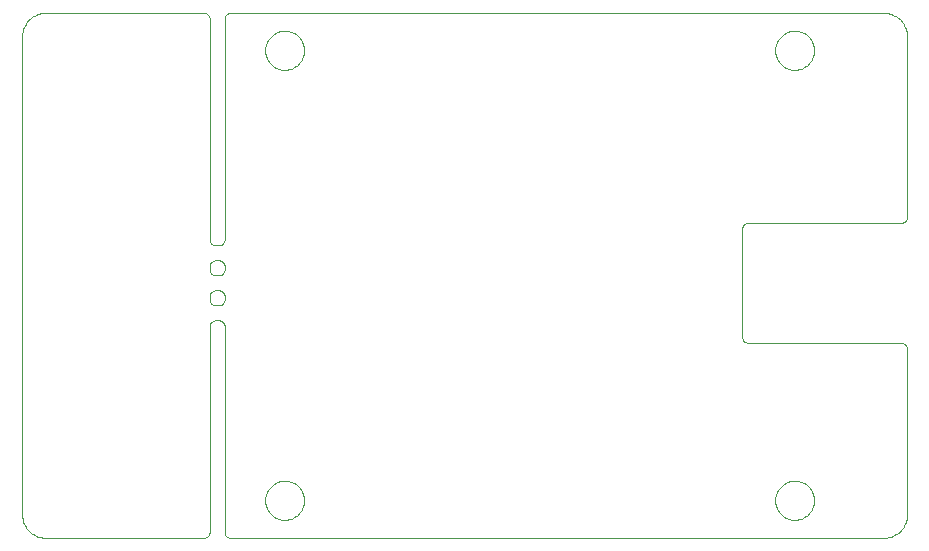
<source format=gm1>
G75*
G70*
%OFA0B0*%
%FSLAX24Y24*%
%IPPOS*%
%LPD*%
%AMOC8*
5,1,8,0,0,1.08239X$1,22.5*
%
%ADD10C,0.0000*%
D10*
X004225Y000887D02*
X004225Y008600D01*
X004225Y016813D01*
X004227Y016867D01*
X004232Y016920D01*
X004241Y016973D01*
X004254Y017025D01*
X004270Y017077D01*
X004290Y017127D01*
X004313Y017175D01*
X004340Y017222D01*
X004369Y017267D01*
X004402Y017310D01*
X004437Y017350D01*
X004475Y017388D01*
X004515Y017423D01*
X004558Y017456D01*
X004603Y017485D01*
X004650Y017512D01*
X004698Y017535D01*
X004748Y017555D01*
X004800Y017571D01*
X004852Y017584D01*
X004905Y017593D01*
X004958Y017598D01*
X005012Y017600D01*
X010278Y017600D01*
X010304Y017598D01*
X010329Y017593D01*
X010353Y017585D01*
X010377Y017574D01*
X010398Y017559D01*
X010417Y017542D01*
X010434Y017523D01*
X010449Y017502D01*
X010460Y017478D01*
X010468Y017454D01*
X010473Y017429D01*
X010475Y017403D01*
X010475Y010047D01*
X010477Y010021D01*
X010482Y009996D01*
X010490Y009972D01*
X010501Y009949D01*
X010516Y009927D01*
X010533Y009908D01*
X010552Y009891D01*
X010574Y009876D01*
X010597Y009865D01*
X010621Y009857D01*
X010646Y009852D01*
X010672Y009850D01*
X010725Y009850D01*
X010778Y009850D01*
X010804Y009852D01*
X010829Y009857D01*
X010853Y009865D01*
X010877Y009876D01*
X010898Y009891D01*
X010917Y009908D01*
X010934Y009927D01*
X010949Y009949D01*
X010960Y009972D01*
X010968Y009996D01*
X010973Y010021D01*
X010975Y010047D01*
X010975Y017403D01*
X010977Y017429D01*
X010982Y017454D01*
X010990Y017478D01*
X011001Y017502D01*
X011016Y017523D01*
X011033Y017542D01*
X011052Y017559D01*
X011074Y017574D01*
X011097Y017585D01*
X011121Y017593D01*
X011146Y017598D01*
X011172Y017600D01*
X032938Y017600D01*
X032992Y017598D01*
X033045Y017593D01*
X033098Y017584D01*
X033150Y017571D01*
X033202Y017555D01*
X033252Y017535D01*
X033300Y017512D01*
X033347Y017485D01*
X033392Y017456D01*
X033435Y017423D01*
X033475Y017388D01*
X033513Y017350D01*
X033548Y017310D01*
X033581Y017267D01*
X033610Y017222D01*
X033637Y017175D01*
X033660Y017127D01*
X033680Y017077D01*
X033696Y017025D01*
X033709Y016973D01*
X033718Y016920D01*
X033723Y016867D01*
X033725Y016813D01*
X033725Y010797D01*
X033723Y010771D01*
X033718Y010746D01*
X033710Y010722D01*
X033699Y010699D01*
X033684Y010677D01*
X033667Y010658D01*
X033648Y010641D01*
X033627Y010626D01*
X033603Y010615D01*
X033579Y010607D01*
X033554Y010602D01*
X033528Y010600D01*
X028422Y010600D01*
X028396Y010598D01*
X028371Y010593D01*
X028347Y010585D01*
X028324Y010574D01*
X028302Y010559D01*
X028283Y010542D01*
X028266Y010523D01*
X028251Y010502D01*
X028240Y010478D01*
X028232Y010454D01*
X028227Y010429D01*
X028225Y010403D01*
X028225Y006797D01*
X028227Y006771D01*
X028232Y006746D01*
X028240Y006722D01*
X028251Y006699D01*
X028266Y006677D01*
X028283Y006658D01*
X028302Y006641D01*
X028324Y006626D01*
X028347Y006615D01*
X028371Y006607D01*
X028396Y006602D01*
X028422Y006600D01*
X033528Y006600D01*
X033554Y006598D01*
X033579Y006593D01*
X033603Y006585D01*
X033627Y006574D01*
X033648Y006559D01*
X033667Y006542D01*
X033684Y006523D01*
X033699Y006502D01*
X033710Y006478D01*
X033718Y006454D01*
X033723Y006429D01*
X033725Y006403D01*
X033725Y000887D01*
X033723Y000833D01*
X033718Y000780D01*
X033709Y000727D01*
X033696Y000675D01*
X033680Y000623D01*
X033660Y000573D01*
X033637Y000525D01*
X033610Y000478D01*
X033581Y000433D01*
X033548Y000390D01*
X033513Y000350D01*
X033475Y000312D01*
X033435Y000277D01*
X033392Y000244D01*
X033347Y000215D01*
X033300Y000188D01*
X033252Y000165D01*
X033202Y000145D01*
X033150Y000129D01*
X033098Y000116D01*
X033045Y000107D01*
X032992Y000102D01*
X032938Y000100D01*
X011172Y000100D01*
X011146Y000102D01*
X011121Y000107D01*
X011097Y000115D01*
X011074Y000126D01*
X011052Y000141D01*
X011033Y000158D01*
X011016Y000177D01*
X011001Y000199D01*
X010990Y000222D01*
X010982Y000246D01*
X010977Y000271D01*
X010975Y000297D01*
X010975Y007153D01*
X010973Y007179D01*
X010968Y007204D01*
X010960Y007228D01*
X010949Y007252D01*
X010934Y007273D01*
X010917Y007292D01*
X010898Y007309D01*
X010877Y007324D01*
X010853Y007335D01*
X010829Y007343D01*
X010804Y007348D01*
X010778Y007350D01*
X010672Y007350D01*
X010646Y007348D01*
X010621Y007343D01*
X010597Y007335D01*
X010574Y007324D01*
X010552Y007309D01*
X010533Y007292D01*
X010516Y007273D01*
X010501Y007252D01*
X010490Y007228D01*
X010482Y007204D01*
X010477Y007179D01*
X010475Y007153D01*
X010475Y000297D01*
X010473Y000271D01*
X010468Y000246D01*
X010460Y000222D01*
X010449Y000198D01*
X010434Y000177D01*
X010417Y000158D01*
X010398Y000141D01*
X010377Y000126D01*
X010353Y000115D01*
X010329Y000107D01*
X010304Y000102D01*
X010278Y000100D01*
X005012Y000100D01*
X004958Y000102D01*
X004905Y000107D01*
X004852Y000116D01*
X004800Y000129D01*
X004748Y000145D01*
X004698Y000165D01*
X004650Y000188D01*
X004603Y000215D01*
X004558Y000244D01*
X004515Y000277D01*
X004475Y000312D01*
X004437Y000350D01*
X004402Y000390D01*
X004369Y000433D01*
X004340Y000478D01*
X004313Y000525D01*
X004290Y000573D01*
X004270Y000623D01*
X004254Y000675D01*
X004241Y000727D01*
X004232Y000780D01*
X004227Y000833D01*
X004225Y000887D01*
X012325Y001350D02*
X012327Y001400D01*
X012333Y001450D01*
X012343Y001500D01*
X012356Y001548D01*
X012373Y001596D01*
X012394Y001642D01*
X012418Y001686D01*
X012446Y001728D01*
X012477Y001768D01*
X012511Y001805D01*
X012548Y001840D01*
X012587Y001871D01*
X012628Y001900D01*
X012672Y001925D01*
X012718Y001947D01*
X012765Y001965D01*
X012813Y001979D01*
X012862Y001990D01*
X012912Y001997D01*
X012962Y002000D01*
X013013Y001999D01*
X013063Y001994D01*
X013113Y001985D01*
X013161Y001973D01*
X013209Y001956D01*
X013255Y001936D01*
X013300Y001913D01*
X013343Y001886D01*
X013383Y001856D01*
X013421Y001823D01*
X013456Y001787D01*
X013489Y001748D01*
X013518Y001707D01*
X013544Y001664D01*
X013567Y001619D01*
X013586Y001572D01*
X013601Y001524D01*
X013613Y001475D01*
X013621Y001425D01*
X013625Y001375D01*
X013625Y001325D01*
X013621Y001275D01*
X013613Y001225D01*
X013601Y001176D01*
X013586Y001128D01*
X013567Y001081D01*
X013544Y001036D01*
X013518Y000993D01*
X013489Y000952D01*
X013456Y000913D01*
X013421Y000877D01*
X013383Y000844D01*
X013343Y000814D01*
X013300Y000787D01*
X013255Y000764D01*
X013209Y000744D01*
X013161Y000727D01*
X013113Y000715D01*
X013063Y000706D01*
X013013Y000701D01*
X012962Y000700D01*
X012912Y000703D01*
X012862Y000710D01*
X012813Y000721D01*
X012765Y000735D01*
X012718Y000753D01*
X012672Y000775D01*
X012628Y000800D01*
X012587Y000829D01*
X012548Y000860D01*
X012511Y000895D01*
X012477Y000932D01*
X012446Y000972D01*
X012418Y001014D01*
X012394Y001058D01*
X012373Y001104D01*
X012356Y001152D01*
X012343Y001200D01*
X012333Y001250D01*
X012327Y001300D01*
X012325Y001350D01*
X010778Y007850D02*
X010672Y007850D01*
X010646Y007852D01*
X010621Y007857D01*
X010597Y007865D01*
X010574Y007876D01*
X010552Y007891D01*
X010533Y007908D01*
X010516Y007927D01*
X010501Y007949D01*
X010490Y007972D01*
X010482Y007996D01*
X010477Y008021D01*
X010475Y008047D01*
X010475Y008153D01*
X010477Y008179D01*
X010482Y008204D01*
X010490Y008228D01*
X010501Y008252D01*
X010516Y008273D01*
X010533Y008292D01*
X010552Y008309D01*
X010574Y008324D01*
X010597Y008335D01*
X010621Y008343D01*
X010646Y008348D01*
X010672Y008350D01*
X010778Y008350D01*
X010804Y008348D01*
X010829Y008343D01*
X010853Y008335D01*
X010877Y008324D01*
X010898Y008309D01*
X010917Y008292D01*
X010934Y008273D01*
X010949Y008252D01*
X010960Y008228D01*
X010968Y008204D01*
X010973Y008179D01*
X010975Y008153D01*
X010975Y008047D01*
X010973Y008021D01*
X010968Y007996D01*
X010960Y007972D01*
X010949Y007949D01*
X010934Y007927D01*
X010917Y007908D01*
X010898Y007891D01*
X010877Y007876D01*
X010853Y007865D01*
X010829Y007857D01*
X010804Y007852D01*
X010778Y007850D01*
X010778Y008850D02*
X010672Y008850D01*
X010646Y008852D01*
X010621Y008857D01*
X010597Y008865D01*
X010574Y008876D01*
X010552Y008891D01*
X010533Y008908D01*
X010516Y008927D01*
X010501Y008949D01*
X010490Y008972D01*
X010482Y008996D01*
X010477Y009021D01*
X010475Y009047D01*
X010475Y009153D01*
X010477Y009179D01*
X010482Y009204D01*
X010490Y009228D01*
X010501Y009252D01*
X010516Y009273D01*
X010533Y009292D01*
X010552Y009309D01*
X010574Y009324D01*
X010597Y009335D01*
X010621Y009343D01*
X010646Y009348D01*
X010672Y009350D01*
X010778Y009350D01*
X010804Y009348D01*
X010829Y009343D01*
X010853Y009335D01*
X010877Y009324D01*
X010898Y009309D01*
X010917Y009292D01*
X010934Y009273D01*
X010949Y009252D01*
X010960Y009228D01*
X010968Y009204D01*
X010973Y009179D01*
X010975Y009153D01*
X010975Y009047D01*
X010973Y009021D01*
X010968Y008996D01*
X010960Y008972D01*
X010949Y008949D01*
X010934Y008927D01*
X010917Y008908D01*
X010898Y008891D01*
X010877Y008876D01*
X010853Y008865D01*
X010829Y008857D01*
X010804Y008852D01*
X010778Y008850D01*
X012325Y016350D02*
X012327Y016400D01*
X012333Y016450D01*
X012343Y016500D01*
X012356Y016548D01*
X012373Y016596D01*
X012394Y016642D01*
X012418Y016686D01*
X012446Y016728D01*
X012477Y016768D01*
X012511Y016805D01*
X012548Y016840D01*
X012587Y016871D01*
X012628Y016900D01*
X012672Y016925D01*
X012718Y016947D01*
X012765Y016965D01*
X012813Y016979D01*
X012862Y016990D01*
X012912Y016997D01*
X012962Y017000D01*
X013013Y016999D01*
X013063Y016994D01*
X013113Y016985D01*
X013161Y016973D01*
X013209Y016956D01*
X013255Y016936D01*
X013300Y016913D01*
X013343Y016886D01*
X013383Y016856D01*
X013421Y016823D01*
X013456Y016787D01*
X013489Y016748D01*
X013518Y016707D01*
X013544Y016664D01*
X013567Y016619D01*
X013586Y016572D01*
X013601Y016524D01*
X013613Y016475D01*
X013621Y016425D01*
X013625Y016375D01*
X013625Y016325D01*
X013621Y016275D01*
X013613Y016225D01*
X013601Y016176D01*
X013586Y016128D01*
X013567Y016081D01*
X013544Y016036D01*
X013518Y015993D01*
X013489Y015952D01*
X013456Y015913D01*
X013421Y015877D01*
X013383Y015844D01*
X013343Y015814D01*
X013300Y015787D01*
X013255Y015764D01*
X013209Y015744D01*
X013161Y015727D01*
X013113Y015715D01*
X013063Y015706D01*
X013013Y015701D01*
X012962Y015700D01*
X012912Y015703D01*
X012862Y015710D01*
X012813Y015721D01*
X012765Y015735D01*
X012718Y015753D01*
X012672Y015775D01*
X012628Y015800D01*
X012587Y015829D01*
X012548Y015860D01*
X012511Y015895D01*
X012477Y015932D01*
X012446Y015972D01*
X012418Y016014D01*
X012394Y016058D01*
X012373Y016104D01*
X012356Y016152D01*
X012343Y016200D01*
X012333Y016250D01*
X012327Y016300D01*
X012325Y016350D01*
X029325Y016350D02*
X029327Y016400D01*
X029333Y016450D01*
X029343Y016500D01*
X029356Y016548D01*
X029373Y016596D01*
X029394Y016642D01*
X029418Y016686D01*
X029446Y016728D01*
X029477Y016768D01*
X029511Y016805D01*
X029548Y016840D01*
X029587Y016871D01*
X029628Y016900D01*
X029672Y016925D01*
X029718Y016947D01*
X029765Y016965D01*
X029813Y016979D01*
X029862Y016990D01*
X029912Y016997D01*
X029962Y017000D01*
X030013Y016999D01*
X030063Y016994D01*
X030113Y016985D01*
X030161Y016973D01*
X030209Y016956D01*
X030255Y016936D01*
X030300Y016913D01*
X030343Y016886D01*
X030383Y016856D01*
X030421Y016823D01*
X030456Y016787D01*
X030489Y016748D01*
X030518Y016707D01*
X030544Y016664D01*
X030567Y016619D01*
X030586Y016572D01*
X030601Y016524D01*
X030613Y016475D01*
X030621Y016425D01*
X030625Y016375D01*
X030625Y016325D01*
X030621Y016275D01*
X030613Y016225D01*
X030601Y016176D01*
X030586Y016128D01*
X030567Y016081D01*
X030544Y016036D01*
X030518Y015993D01*
X030489Y015952D01*
X030456Y015913D01*
X030421Y015877D01*
X030383Y015844D01*
X030343Y015814D01*
X030300Y015787D01*
X030255Y015764D01*
X030209Y015744D01*
X030161Y015727D01*
X030113Y015715D01*
X030063Y015706D01*
X030013Y015701D01*
X029962Y015700D01*
X029912Y015703D01*
X029862Y015710D01*
X029813Y015721D01*
X029765Y015735D01*
X029718Y015753D01*
X029672Y015775D01*
X029628Y015800D01*
X029587Y015829D01*
X029548Y015860D01*
X029511Y015895D01*
X029477Y015932D01*
X029446Y015972D01*
X029418Y016014D01*
X029394Y016058D01*
X029373Y016104D01*
X029356Y016152D01*
X029343Y016200D01*
X029333Y016250D01*
X029327Y016300D01*
X029325Y016350D01*
X029325Y001350D02*
X029327Y001400D01*
X029333Y001450D01*
X029343Y001500D01*
X029356Y001548D01*
X029373Y001596D01*
X029394Y001642D01*
X029418Y001686D01*
X029446Y001728D01*
X029477Y001768D01*
X029511Y001805D01*
X029548Y001840D01*
X029587Y001871D01*
X029628Y001900D01*
X029672Y001925D01*
X029718Y001947D01*
X029765Y001965D01*
X029813Y001979D01*
X029862Y001990D01*
X029912Y001997D01*
X029962Y002000D01*
X030013Y001999D01*
X030063Y001994D01*
X030113Y001985D01*
X030161Y001973D01*
X030209Y001956D01*
X030255Y001936D01*
X030300Y001913D01*
X030343Y001886D01*
X030383Y001856D01*
X030421Y001823D01*
X030456Y001787D01*
X030489Y001748D01*
X030518Y001707D01*
X030544Y001664D01*
X030567Y001619D01*
X030586Y001572D01*
X030601Y001524D01*
X030613Y001475D01*
X030621Y001425D01*
X030625Y001375D01*
X030625Y001325D01*
X030621Y001275D01*
X030613Y001225D01*
X030601Y001176D01*
X030586Y001128D01*
X030567Y001081D01*
X030544Y001036D01*
X030518Y000993D01*
X030489Y000952D01*
X030456Y000913D01*
X030421Y000877D01*
X030383Y000844D01*
X030343Y000814D01*
X030300Y000787D01*
X030255Y000764D01*
X030209Y000744D01*
X030161Y000727D01*
X030113Y000715D01*
X030063Y000706D01*
X030013Y000701D01*
X029962Y000700D01*
X029912Y000703D01*
X029862Y000710D01*
X029813Y000721D01*
X029765Y000735D01*
X029718Y000753D01*
X029672Y000775D01*
X029628Y000800D01*
X029587Y000829D01*
X029548Y000860D01*
X029511Y000895D01*
X029477Y000932D01*
X029446Y000972D01*
X029418Y001014D01*
X029394Y001058D01*
X029373Y001104D01*
X029356Y001152D01*
X029343Y001200D01*
X029333Y001250D01*
X029327Y001300D01*
X029325Y001350D01*
M02*

</source>
